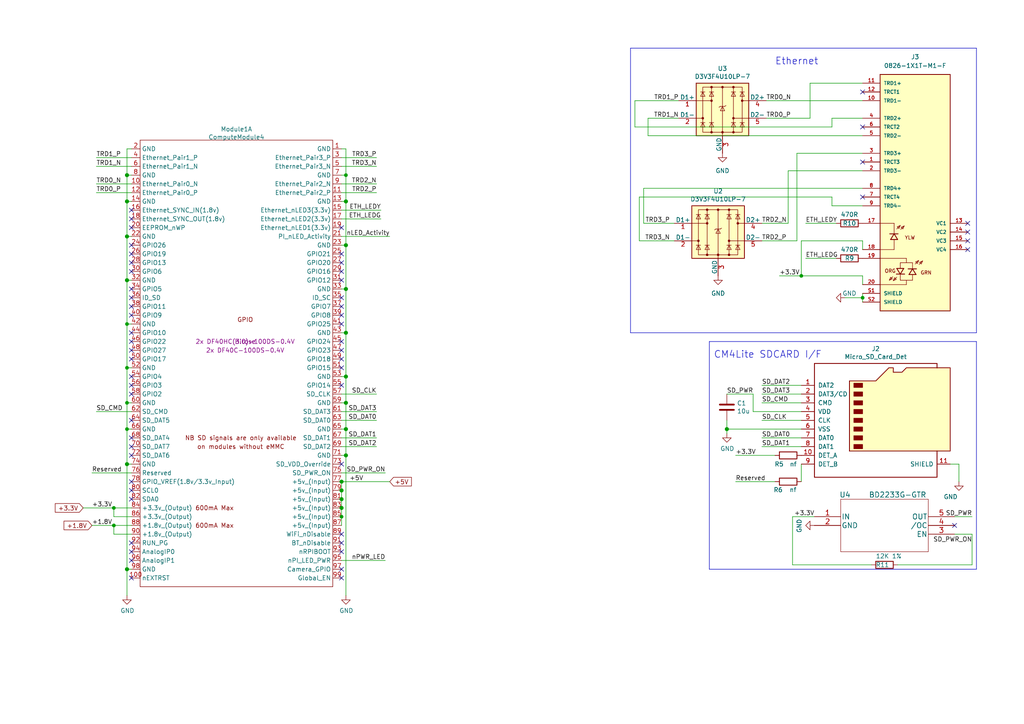
<source format=kicad_sch>
(kicad_sch (version 20211123) (generator eeschema)
  (paper "A4")
  (title_block (title "Raspberry Pi Compute Module 4 Carrier") (date "2022-07-06") (rev "v01") (comment 2 "creativecommons.org/licenses/by-sa/4.0") (comment 3 "License: CC BY 4.0") (comment 4 "Author: Mikhail Pisman"))
  (lib_symbols
    (symbol "0826-1X1T-M1-F:0826-1X1T-M1-F" (pin_names (offset 1.016))
      (property "Reference" "J3" (at 0 38.1 0))
      (property "Value" "0826-1X1T-M1-F" (at 0 35.56 0))
      (symbol "0826-1X1T-M1-F_0_0"
        (rectangle (start -10.16 -35.56) (end 10.16 33.02) (stroke (width 0.254)) (fill (type background)))
        (polyline (pts (xy -6.477 -25.654) (xy -7.493 -26.67)) (stroke (width 0.1524)))
        (polyline (pts (xy -6.096 -17.78) (xy -10.16 -17.78)) (stroke (width 0.1524)))
        (polyline (pts (xy -6.096 -17.78) (xy -6.096 -14.986)) (stroke (width 0.1524)))
        (polyline (pts (xy -6.096 -13.208) (xy -7.366 -13.208)) (stroke (width 0.254)))
        (polyline (pts (xy -6.096 -13.208) (xy -7.112 -14.859)) (stroke (width 0.254)))
        (polyline (pts (xy -6.096 -13.081) (xy -6.096 -10.16)) (stroke (width 0.1524)))
        (polyline (pts (xy -6.096 -10.16) (xy -10.16 -10.16)) (stroke (width 0.1524)))
        (polyline (pts (xy -5.461 -24.892) (xy -4.318 -24.892)) (stroke (width 0.254)))
        (polyline (pts (xy -5.334 -25.781) (xy -6.35 -26.797)) (stroke (width 0.1524)))
        (polyline (pts (xy -5.334 -23.241) (xy -4.318 -24.892)) (stroke (width 0.254)))
        (polyline (pts (xy -5.334 -23.241) (xy -3.302 -23.241)) (stroke (width 0.254)))
        (polyline (pts (xy -5.334 -11.811) (xy -4.318 -10.795)) (stroke (width 0.1524)))
        (polyline (pts (xy -5.08 -14.859) (xy -7.112 -14.859)) (stroke (width 0.254)))
        (polyline (pts (xy -5.08 -14.859) (xy -6.096 -13.208)) (stroke (width 0.254)))
        (polyline (pts (xy -4.953 -13.208) (xy -6.096 -13.208)) (stroke (width 0.254)))
        (polyline (pts (xy -4.318 -26.67) (xy -2.54 -26.67)) (stroke (width 0.1524)))
        (polyline (pts (xy -4.318 -25.019) (xy -4.318 -26.67)) (stroke (width 0.1524)))
        (polyline (pts (xy -4.318 -24.892) (xy -3.302 -23.241)) (stroke (width 0.254)))
        (polyline (pts (xy -4.318 -24.892) (xy -3.048 -24.892)) (stroke (width 0.254)))
        (polyline (pts (xy -4.318 -21.59) (xy -4.318 -23.114)) (stroke (width 0.1524)))
        (polyline (pts (xy -4.318 -21.59) (xy -2.54 -21.59)) (stroke (width 0.1524)))
        (polyline (pts (xy -4.191 -11.938) (xy -3.175 -10.922)) (stroke (width 0.1524)))
        (polyline (pts (xy -2.54 -27.94) (xy -10.16 -27.94)) (stroke (width 0.1524)))
        (polyline (pts (xy -2.54 -26.67) (xy -2.54 -27.94)) (stroke (width 0.1524)))
        (polyline (pts (xy -2.54 -26.67) (xy -0.762 -26.67)) (stroke (width 0.1524)))
        (polyline (pts (xy -2.54 -21.59) (xy -2.54 -20.32)) (stroke (width 0.1524)))
        (polyline (pts (xy -2.54 -21.59) (xy -0.762 -21.59)) (stroke (width 0.1524)))
        (polyline (pts (xy -2.54 -20.32) (xy -10.16 -20.32)) (stroke (width 0.1524)))
        (polyline (pts (xy -0.762 -26.67) (xy -0.762 -25.146)) (stroke (width 0.1524)))
        (polyline (pts (xy -0.762 -23.368) (xy -2.032 -23.368)) (stroke (width 0.254)))
        (polyline (pts (xy -0.762 -23.368) (xy -1.778 -25.019)) (stroke (width 0.254)))
        (polyline (pts (xy -0.762 -23.241) (xy -0.762 -21.59)) (stroke (width 0.1524)))
        (polyline (pts (xy 0 -21.971) (xy 1.016 -20.955)) (stroke (width 0.1524)))
        (polyline (pts (xy 0.254 -25.019) (xy -1.778 -25.019)) (stroke (width 0.254)))
        (polyline (pts (xy 0.254 -25.019) (xy -0.762 -23.368)) (stroke (width 0.254)))
        (polyline (pts (xy 0.381 -23.368) (xy -0.762 -23.368)) (stroke (width 0.254)))
        (polyline (pts (xy 1.143 -22.098) (xy 2.159 -21.082)) (stroke (width 0.1524)))
        (polyline (pts (xy -7.493 -26.67) (xy -6.604 -26.289) (xy -7.112 -25.781) (xy -7.493 -26.67)) (stroke (width 0.1524)) (fill (type background)))
        (polyline (pts (xy -6.35 -26.797) (xy -5.461 -26.416) (xy -5.969 -25.908) (xy -6.35 -26.797)) (stroke (width 0.1524)) (fill (type background)))
        (polyline (pts (xy -4.318 -10.795) (xy -5.207 -11.176) (xy -4.699 -11.684) (xy -4.318 -10.795)) (stroke (width 0.1524)) (fill (type background)))
        (polyline (pts (xy -3.175 -10.922) (xy -4.064 -11.303) (xy -3.556 -11.811) (xy -3.175 -10.922)) (stroke (width 0.1524)) (fill (type background)))
        (polyline (pts (xy 1.016 -20.955) (xy 0.127 -21.336) (xy 0.635 -21.844) (xy 1.016 -20.955)) (stroke (width 0.1524)) (fill (type background)))
        (polyline (pts (xy 2.159 -21.082) (xy 1.27 -21.463) (xy 1.778 -21.971) (xy 2.159 -21.082)) (stroke (width 0.1524)) (fill (type background)))
        (text "GRN" (at 1.524 -23.876 0) (effects (font (size 1.016 1.016)) (justify left top)))
        (text "ORG" (at -8.89 -23.368 0) (effects (font (size 1.016 1.016)) (justify left top)))
        (text "YLW" (at -3.048 -13.716 0) (effects (font (size 1.016 1.016)) (justify left top)))
        (pin passive line (at -15.24 7.62 0) (length 5.08) (name "TRCT3") (number "1"))
        (pin passive line (at -15.24 25.4 0) (length 5.08) (name "TRD1-") (number "10"))
        (pin passive line (at -15.24 30.48 0) (length 5.08) (name "TRD1+") (number "11"))
        (pin passive line (at -15.24 27.94 0) (length 5.08) (name "TRCT1") (number "12"))
        (pin passive line (at 15.24 -10.16 180) (length 5.08) (name "VC1") (number "13"))
        (pin passive line (at 15.24 -12.7 180) (length 5.08) (name "VC2") (number "14"))
        (pin passive line (at 15.24 -15.24 180) (length 5.08) (name "VC3") (number "15"))
        (pin passive line (at 15.24 -17.78 180) (length 5.08) (name "VC4") (number "16"))
        (pin passive line (at -15.24 -10.16 0) (length 5.08) (name "~") (number "17"))
        (pin passive line (at -15.24 -17.78 0) (length 5.08) (name "~") (number "18"))
        (pin passive line (at -15.24 -20.32 0) (length 5.08) (name "~") (number "19"))
        (pin passive line (at -15.24 5.08 0) (length 5.08) (name "TRD3-") (number "2"))
        (pin passive line (at -15.24 -27.94 0) (length 5.08) (name "~") (number "20"))
        (pin passive line (at -15.24 10.16 0) (length 5.08) (name "TRD3+") (number "3"))
        (pin passive line (at -15.24 20.32 0) (length 5.08) (name "TRD2+") (number "4"))
        (pin passive line (at -15.24 15.24 0) (length 5.08) (name "TRD2-") (number "5"))
        (pin passive line (at -15.24 17.78 0) (length 5.08) (name "TRCT2") (number "6"))
        (pin passive line (at -15.24 -2.54 0) (length 5.08) (name "TRCT4") (number "7"))
        (pin passive line (at -15.24 0 0) (length 5.08) (name "TRD4+") (number "8"))
        (pin passive line (at -15.24 -5.08 0) (length 5.08) (name "TRD4-") (number "9"))
        (pin passive line (at -15.24 -30.48 0) (length 5.08) (name "SHIELD") (number "S1"))
        (pin passive line (at -15.24 -33.02 0) (length 5.08) (name "SHIELD") (number "S2"))
      )
    )
    (symbol "BD2233G-GTR:BD2233G-GTR" (pin_names (offset 0.254))
      (property "Reference" "U" (at 20.32 10.16 0))
      (property "Value" "BD2233G-GTR" (at 20.32 7.62 0))
      (symbol "BD2233G-GTR_1_1"
        (polyline (pts (xy 7.62 -10.16) (xy 33.02 -10.16)) (stroke (width 0.127)))
        (polyline (pts (xy 7.62 5.08) (xy 7.62 -10.16)) (stroke (width 0.127)))
        (polyline (pts (xy 33.02 -10.16) (xy 33.02 5.08)) (stroke (width 0.127)))
        (polyline (pts (xy 33.02 5.08) (xy 7.62 5.08)) (stroke (width 0.127)))
        (pin unspecified line (at 0 0 0) (length 7.62) (name "IN") (number "1"))
        (pin power_in line (at 0 -2.54 0) (length 7.62) (name "GND") (number "2"))
        (pin unspecified line (at 40.64 -5.08 180) (length 7.62) (name "EN") (number "3"))
        (pin unspecified line (at 40.64 -2.54 180) (length 7.62) (name "/OC") (number "4"))
        (pin output line (at 40.64 0 180) (length 7.62) (name "OUT") (number "5"))
      )
    )
    (symbol "CM4IO:ComputeModule4-CM4"
      (property "Reference" "Module" (at 113.03 -68.58 0))
      (property "Value" "ComputeModule4-CM4" (at 140.97 2.54 0))
      (property "Manufacturer" "Hirose" (at 0 0 0))
      (property "MPN" "2x DF40C-100DS-0.4V" (at 0 -2.54 0))
      (property "MPN (Alt)" "2x DF40HC(3.0)-100DS-0.4V" (at 0 0 0))
      (symbol "ComputeModule4-CM4_1_0"
        (text "GPIO" (at 0 6.35 0) (effects (font (size 1.27 1.27))))
      )
      (symbol "ComputeModule4-CM4_1_1"
        (rectangle (start -30.48 -71.12) (end 25.4 58.42))
        (text "600mA Max" (at -8.89 -53.34 0) (effects (font (size 1.27 1.27))))
        (text "600mA Max" (at -8.89 -48.26 0) (effects (font (size 1.27 1.27))))
        (text "NB SD signals are only available" (at -1.27 -27.94 0) (effects (font (size 1.27 1.27))))
        (text "on modules without eMMC" (at -1.27 -30.48 0) (effects (font (size 1.27 1.27))))
        (pin power_in line (at 27.94 55.88 180) (length 2.54) (name "GND") (number "1"))
        (pin passive line (at -33.02 45.72 0) (length 2.54) (name "Ethernet_Pair0_N") (number "10"))
        (pin output line (at -33.02 -68.58 0) (length 2.54) (name "nEXTRST") (number "100"))
        (pin passive line (at 27.94 43.18 180) (length 2.54) (name "Ethernet_Pair2_P") (number "11"))
        (pin passive line (at -33.02 43.18 0) (length 2.54) (name "Ethernet_Pair0_P") (number "12"))
        (pin power_in line (at 27.94 40.64 180) (length 2.54) (name "GND") (number "13"))
        (pin power_in line (at -33.02 40.64 0) (length 2.54) (name "GND") (number "14"))
        (pin output line (at 27.94 38.1 180) (length 2.54) (name "Ethernet_nLED3(3.3v)") (number "15"))
        (pin input line (at -33.02 38.1 0) (length 2.54) (name "Ethernet_SYNC_IN(1.8v)") (number "16"))
        (pin output line (at 27.94 35.56 180) (length 2.54) (name "Ethernet_nLED2(3.3v)") (number "17"))
        (pin input line (at -33.02 35.56 0) (length 2.54) (name "Ethernet_SYNC_OUT(1.8v)") (number "18"))
        (pin output line (at 27.94 33.02 180) (length 2.54) (name "Ethernet_nLED1(3.3v)") (number "19"))
        (pin power_in line (at -33.02 55.88 0) (length 2.54) (name "GND") (number "2"))
        (pin passive line (at -33.02 33.02 0) (length 2.54) (name "EEPROM_nWP") (number "20"))
        (pin open_collector line (at 27.94 30.48 180) (length 2.54) (name "PI_nLED_Activity") (number "21"))
        (pin power_in line (at -33.02 30.48 0) (length 2.54) (name "GND") (number "22"))
        (pin power_in line (at 27.94 27.94 180) (length 2.54) (name "GND") (number "23"))
        (pin passive line (at -33.02 27.94 0) (length 2.54) (name "GPIO26") (number "24"))
        (pin passive line (at 27.94 25.4 180) (length 2.54) (name "GPIO21") (number "25"))
        (pin passive line (at -33.02 25.4 0) (length 2.54) (name "GPIO19") (number "26"))
        (pin passive line (at 27.94 22.86 180) (length 2.54) (name "GPIO20") (number "27"))
        (pin passive line (at -33.02 22.86 0) (length 2.54) (name "GPIO13") (number "28"))
        (pin passive line (at 27.94 20.32 180) (length 2.54) (name "GPIO16") (number "29"))
        (pin passive line (at 27.94 53.34 180) (length 2.54) (name "Ethernet_Pair3_P") (number "3"))
        (pin passive line (at -33.02 20.32 0) (length 2.54) (name "GPIO6") (number "30"))
        (pin passive line (at 27.94 17.78 180) (length 2.54) (name "GPIO12") (number "31"))
        (pin power_in line (at -33.02 17.78 0) (length 2.54) (name "GND") (number "32"))
        (pin power_in line (at 27.94 15.24 180) (length 2.54) (name "GND") (number "33"))
        (pin passive line (at -33.02 15.24 0) (length 2.54) (name "GPIO5") (number "34"))
        (pin passive line (at 27.94 12.7 180) (length 2.54) (name "ID_SC") (number "35"))
        (pin passive line (at -33.02 12.7 0) (length 2.54) (name "ID_SD") (number "36"))
        (pin passive line (at 27.94 10.16 180) (length 2.54) (name "GPIO7") (number "37"))
        (pin passive line (at -33.02 10.16 0) (length 2.54) (name "GPIO11") (number "38"))
        (pin passive line (at 27.94 7.62 180) (length 2.54) (name "GPIO8") (number "39"))
        (pin passive line (at -33.02 53.34 0) (length 2.54) (name "Ethernet_Pair1_P") (number "4"))
        (pin passive line (at -33.02 7.62 0) (length 2.54) (name "GPIO9") (number "40"))
        (pin passive line (at 27.94 5.08 180) (length 2.54) (name "GPIO25") (number "41"))
        (pin power_in line (at -33.02 5.08 0) (length 2.54) (name "GND") (number "42"))
        (pin power_in line (at 27.94 2.54 180) (length 2.54) (name "GND") (number "43"))
        (pin passive line (at -33.02 2.54 0) (length 2.54) (name "GPIO10") (number "44"))
        (pin passive line (at 27.94 0 180) (length 2.54) (name "GPIO24") (number "45"))
        (pin passive line (at -33.02 0 0) (length 2.54) (name "GPIO22") (number "46"))
        (pin passive line (at 27.94 -2.54 180) (length 2.54) (name "GPIO23") (number "47"))
        (pin passive line (at -33.02 -2.54 0) (length 2.54) (name "GPIO27") (number "48"))
        (pin passive line (at 27.94 -5.08 180) (length 2.54) (name "GPIO18") (number "49"))
        (pin passive line (at 27.94 50.8 180) (length 2.54) (name "Ethernet_Pair3_N") (number "5"))
        (pin passive line (at -33.02 -5.08 0) (length 2.54) (name "GPIO17") (number "50"))
        (pin passive line (at 27.94 -7.62 180) (length 2.54) (name "GPIO15") (number "51"))
        (pin power_in line (at -33.02 -7.62 0) (length 2.54) (name "GND") (number "52"))
        (pin power_in line (at 27.94 -10.16 180) (length 2.54) (name "GND") (number "53"))
        (pin passive line (at -33.02 -10.16 0) (length 2.54) (name "GPIO4") (number "54"))
        (pin passive line (at 27.94 -12.7 180) (length 2.54) (name "GPIO14") (number "55"))
        (pin passive line (at -33.02 -12.7 0) (length 2.54) (name "GPIO3") (number "56"))
        (pin passive line (at 27.94 -15.24 180) (length 2.54) (name "SD_CLK") (number "57"))
        (pin passive line (at -33.02 -15.24 0) (length 2.54) (name "GPIO2") (number "58"))
        (pin power_in line (at 27.94 -17.78 180) (length 2.54) (name "GND") (number "59"))
        (pin passive line (at -33.02 50.8 0) (length 2.54) (name "Ethernet_Pair1_N") (number "6"))
        (pin power_in line (at -33.02 -17.78 0) (length 2.54) (name "GND") (number "60"))
        (pin passive line (at 27.94 -20.32 180) (length 2.54) (name "SD_DAT3") (number "61"))
        (pin passive line (at -33.02 -20.32 0) (length 2.54) (name "SD_CMD") (number "62"))
        (pin passive line (at 27.94 -22.86 180) (length 2.54) (name "SD_DAT0") (number "63"))
        (pin passive line (at -33.02 -22.86 0) (length 2.54) (name "SD_DAT5") (number "64"))
        (pin power_in line (at 27.94 -25.4 180) (length 2.54) (name "GND") (number "65"))
        (pin power_in line (at -33.02 -25.4 0) (length 2.54) (name "GND") (number "66"))
        (pin passive line (at 27.94 -27.94 180) (length 2.54) (name "SD_DAT1") (number "67"))
        (pin passive line (at -33.02 -27.94 0) (length 2.54) (name "SD_DAT4") (number "68"))
        (pin passive line (at 27.94 -30.48 180) (length 2.54) (name "SD_DAT2") (number "69"))
        (pin power_in line (at 27.94 48.26 180) (length 2.54) (name "GND") (number "7"))
        (pin passive line (at -33.02 -30.48 0) (length 2.54) (name "SD_DAT7") (number "70"))
        (pin power_in line (at 27.94 -33.02 180) (length 2.54) (name "GND") (number "71"))
        (pin passive line (at -33.02 -33.02 0) (length 2.54) (name "SD_DAT6") (number "72"))
        (pin input line (at 27.94 -35.56 180) (length 2.54) (name "SD_VDD_Override") (number "73"))
        (pin power_in line (at -33.02 -35.56 0) (length 2.54) (name "GND") (number "74"))
        (pin output line (at 27.94 -38.1 180) (length 2.54) (name "SD_PWR_ON") (number "75"))
        (pin passive line (at -33.02 -38.1 0) (length 2.54) (name "Reserved") (number "76"))
        (pin power_in line (at 27.94 -40.64 180) (length 2.54) (name "+5v_(Input)") (number "77"))
        (pin power_in line (at -33.02 -40.64 0) (length 2.54) (name "GPIO_VREF(1.8v/3.3v_Input)") (number "78"))
        (pin power_in line (at 27.94 -43.18 180) (length 2.54) (name "+5v_(Input)") (number "79"))
        (pin power_in line (at -33.02 48.26 0) (length 2.54) (name "GND") (number "8"))
        (pin passive line (at -33.02 -43.18 0) (length 2.54) (name "SCL0") (number "80"))
        (pin power_in line (at 27.94 -45.72 180) (length 2.54) (name "+5v_(Input)") (number "81"))
        (pin passive line (at -33.02 -45.72 0) (length 2.54) (name "SDA0") (number "82"))
        (pin power_in line (at 27.94 -48.26 180) (length 2.54) (name "+5v_(Input)") (number "83"))
        (pin power_out line (at -33.02 -48.26 0) (length 2.54) (name "+3.3v_(Output)") (number "84"))
        (pin power_in line (at 27.94 -50.8 180) (length 2.54) (name "+5v_(Input)") (number "85"))
        (pin power_out line (at -33.02 -50.8 0) (length 2.54) (name "+3.3v_(Output)") (number "86"))
        (pin power_in line (at 27.94 -53.34 180) (length 2.54) (name "+5v_(Input)") (number "87"))
        (pin power_out line (at -33.02 -53.34 0) (length 2.54) (name "+1.8v_(Output)") (number "88"))
        (pin power_in line (at 27.94 -55.88 180) (length 2.54) (name "WiFi_nDisable") (number "89"))
        (pin passive line (at 27.94 45.72 180) (length 2.54) (name "Ethernet_Pair2_N") (number "9"))
        (pin power_out line (at -33.02 -55.88 0) (length 2.54) (name "+1.8v_(Output)") (number "90"))
        (pin power_in line (at 27.94 -58.42 180) (length 2.54) (name "BT_nDisable") (number "91"))
        (pin passive line (at -33.02 -58.42 0) (length 2.54) (name "RUN_PG") (number "92"))
        (pin input line (at 27.94 -60.96 180) (length 2.54) (name "nRPIBOOT") (number "93"))
        (pin passive line (at -33.02 -60.96 0) (length 2.54) (name "AnalogIP0") (number "94"))
        (pin output line (at 27.94 -63.5 180) (length 2.54) (name "nPI_LED_PWR") (number "95"))
        (pin passive line (at -33.02 -63.5 0) (length 2.54) (name "AnalogIP1") (number "96"))
        (pin passive line (at 27.94 -66.04 180) (length 2.54) (name "Camera_GPIO") (number "97"))
        (pin power_in line (at -33.02 -66.04 0) (length 2.54) (name "GND") (number "98"))
        (pin input line (at 27.94 -68.58 180) (length 2.54) (name "Global_EN") (number "99"))
      )
      (symbol "ComputeModule4-CM4_2_1"
        (rectangle (start 114.3 -66.04) (end 165.1 63.5))
        (text "High Speed Serial" (at 140.97 0 0) (effects (font (size 1.27 1.27))))
        (pin input line (at 170.18 60.96 180) (length 5.08) (name "USB_OTG_ID") (number "101"))
        (pin input line (at 109.22 60.96 0) (length 5.08) (name "PCIe_CLK_nREQ") (number "102"))
        (pin passive line (at 170.18 58.42 180) (length 5.08) (name "USB2_N") (number "103"))
        (pin passive line (at 109.22 58.42 0) (length 5.08) (name "Reserved") (number "104"))
        (pin passive line (at 170.18 55.88 180) (length 5.08) (name "USB2_P") (number "105"))
        (pin passive line (at 109.22 55.88 0) (length 5.08) (name "Reserved") (number "106"))
        (pin power_in line (at 170.18 53.34 180) (length 5.08) (name "GND") (number "107"))
        (pin power_in line (at 109.22 53.34 0) (length 5.08) (name "GND") (number "108"))
        (pin bidirectional line (at 170.18 50.8 180) (length 5.08) (name "PCIe_nRST") (number "109"))
        (pin output line (at 109.22 50.8 0) (length 5.08) (name "PCIe_CLK_P") (number "110"))
        (pin passive line (at 170.18 48.26 180) (length 5.08) (name "VDAC_COMP") (number "111"))
        (pin output line (at 109.22 48.26 0) (length 5.08) (name "PCIe_CLK_N") (number "112"))
        (pin power_in line (at 170.18 45.72 180) (length 5.08) (name "GND") (number "113"))
        (pin power_in line (at 109.22 45.72 0) (length 5.08) (name "GND") (number "114"))
        (pin input line (at 170.18 43.18 180) (length 5.08) (name "CAM1_D0_N") (number "115"))
        (pin input line (at 109.22 43.18 0) (length 5.08) (name "PCIe_RX_P") (number "116"))
        (pin input line (at 170.18 40.64 180) (length 5.08) (name "CAM1_D0_P") (number "117"))
        (pin input line (at 109.22 40.64 0) (length 5.08) (name "PCIe_RX_N") (number "118"))
        (pin power_in line (at 170.18 38.1 180) (length 5.08) (name "GND") (number "119"))
        (pin power_in line (at 109.22 38.1 0) (length 5.08) (name "GND") (number "120"))
        (pin input line (at 170.18 35.56 180) (length 5.08) (name "CAM1_D1_N") (number "121"))
        (pin output line (at 109.22 35.56 0) (length 5.08) (name "PCIe_TX_P") (number "122"))
        (pin input line (at 170.18 33.02 180) (length 5.08) (name "CAM1_D1_P") (number "123"))
        (pin output line (at 109.22 33.02 0) (length 5.08) (name "PCIe_TX_N") (number "124"))
        (pin power_in line (at 170.18 30.48 180) (length 5.08) (name "GND") (number "125"))
        (pin power_in line (at 109.22 30.48 0) (length 5.08) (name "GND") (number "126"))
        (pin input line (at 170.18 27.94 180) (length 5.08) (name "CAM1_C_N") (number "127"))
        (pin input line (at 109.22 27.94 0) (length 5.08) (name "CAM0_D0_N") (number "128"))
        (pin input line (at 170.18 25.4 180) (length 5.08) (name "CAM1_C_P") (number "129"))
        (pin input line (at 109.22 25.4 0) (length 5.08) (name "CAM0_D0_P") (number "130"))
        (pin power_in line (at 170.18 22.86 180) (length 5.08) (name "GND") (number "131"))
        (pin power_in line (at 109.22 22.86 0) (length 5.08) (name "GND") (number "132"))
        (pin input line (at 170.18 20.32 180) (length 5.08) (name "CAM1_D2_N") (number "133"))
        (pin input line (at 109.22 20.32 0) (length 5.08) (name "CAM0_D1_N") (number "134"))
        (pin input line (at 170.18 17.78 180) (length 5.08) (name "CAM1_D2_P") (number "135"))
        (pin input line (at 109.22 17.78 0) (length 5.08) (name "CAM0_D1_P") (number "136"))
        (pin power_in line (at 170.18 15.24 180) (length 5.08) (name "GND") (number "137"))
        (pin power_in line (at 109.22 15.24 0) (length 5.08) (name "GND") (number "138"))
        (pin input line (at 170.18 12.7 180) (length 5.08) (name "CAM1_D3_N") (number "139"))
        (pin input line (at 109.22 12.7 0) (length 5.08) (name "CAM0_C_N") (number "140"))
        (pin input line (at 170.18 10.16 180) (length 5.08) (name "CAM1_D3_P") (number "141"))
        (pin input line (at 109.22 10.16 0) (length 5.08) (name "CAM0_C_P") (number "142"))
        (pin input line (at 170.18 7.62 180) (length 5.08) (name "HDMI1_HOTPLUG") (number "143"))
        (pin power_in line (at 109.22 7.62 0) (length 5.08) (name "GND") (number "144"))
        (pin bidirectional line (at 170.18 5.08 180) (length 5.08) (name "HDMI1_SDA") (number "145"))
        (pin output line (at 109.22 5.08 0) (length 5.08) (name "HDMI1_TX2_P") (number "146"))
        (pin open_collector line (at 170.18 2.54 180) (length 5.08) (name "HDMI1_SCL") (number "147"))
        (pin output line (at 109.22 2.54 0) (length 5.08) (name "HDMI1_TX2_N") (number "148"))
        (pin open_collector line (at 170.18 0 180) (length 5.08) (name "HDMI1_CEC") (number "149"))
        (pin power_in line (at 109.22 0 0) (length 5.08) (name "GND") (number "150"))
        (pin open_collector line (at 170.18 -2.54 180) (length 5.08) (name "HDMI0_CEC") (number "151"))
        (pin output line (at 109.22 -2.54 0) (length 5.08) (name "HDMI1_TX1_P") (number "152"))
        (pin input line (at 170.18 -5.08 180) (length 5.08) (name "HDMI0_HOTPLUG") (number "153"))
        (pin output line (at 109.22 -5.08 0) (length 5.08) (name "HDMI1_TX1_N") (number "154"))
        (pin power_in line (at 170.18 -7.62 180) (length 5.08) (name "GND") (number "155"))
        (pin power_in line (at 109.22 -7.62 0) (length 5.08) (name "GND") (number "156"))
        (pin output line (at 170.18 -10.16 180) (length 5.08) (name "DSI0_D0_N") (number "157"))
        (pin output line (at 109.22 -10.16 0) (length 5.08) (name "HDMI1_TX0_P") (number "158"))
        (pin output line (at 170.18 -12.7 180) (length 5.08) (name "DSI0_D0_P") (number "159"))
        (pin output line (at 109.22 -12.7 0) (length 5.08) (name "HDMI1_TX0_N") (number "160"))
        (pin power_in line (at 170.18 -15.24 180) (length 5.08) (name "GND") (number "161"))
        (pin power_in line (at 109.22 -15.24 0) (length 5.08) (name "GND") (number "162"))
        (pin output line (at 170.18 -17.78 180) (length 5.08) (name "DSI0_D1_N") (number "163"))
        (pin output line (at 109.22 -17.78 0) (length 5.08) (name "HDMI1_CLK_P") (number "164"))
        (pin output line (at 170.18 -20.32 180) (length 5.08) (name "DSI0_D1_P") (number "165"))
        (pin output line (at 109.22 -20.32 0) (length 5.08) (name "HDMI1_CLK_N") (number "166"))
        (pin power_in line (at 170.18 -22.86 180) (length 5.08) (name "GND") (number "167"))
        (pin power_in line (at 109.22 -22.86 0) (length 5.08) (name "GND") (number "168"))
        (pin output line (at 170.18 -25.4 180) (length 5.08) (name "DSI0_C_N") (number "169"))
        (pin output line (at 109.22 -25.4 0) (length 5.08) (name "HDMI0_TX2_P") (number "170"))
        (pin output line (at 170.18 -27.94 180) (length 5.08) (name "DSI0_C_P") (number "171"))
        (pin output line (at 109.22 -27.94 0) (length 5.08) (name "HDMI0_TX2_N") (number "172"))
        (pin power_in line (at 170.18 -30.48 180) (length 5.08) (name "GND") (number "173"))
        (pin power_in line (at 109.22 -30.48 0) (length 5.08) (name "GND") (number "174"))
        (pin output line (at 170.18 -33.02 180) (length 5.08) (name "DSI1_D0_N") (number "175"))
        (pin output line (at 109.22 -33.02 0) (length 5.08) (name "HDMI0_TX1_P") (number "176"))
        (pin output line (at 170.18 -35.56 180) (length 5.08) (name "DSI1_D0_P") (number "177"))
        (pin output line (at 109.22 -35.56 0) (length 5.08) (name "HDMI0_TX1_N") (number "178"))
        (pin power_in line (at 170.18 -38.1 180) (length 5.08) (name "GND") (number "179"))
        (pin power_in line (at 109.22 -38.1 0) (length 5.08) (name "GND") (number "180"))
        (pin output line (at 170.18 -40.64 180) (length 5.08) (name "DSI1_D1_N") (number "181"))
        (pin output line (at 109.22 -40.64 0) (length 5.08) (name "HDMI0_TX0_P") (number "182"))
        (pin output line (at 170.18 -43.18 180) (length 5.08) (name "DSI1_D1_P") (number "183"))
        (pin output line (at 109.22 -43.18 0) (length 5.08) (name "HDMI0_TX0_N") (number "184"))
        (pin power_in line (at 170.18 -45.72 180) (length 5.08) (name "GND") (number "185"))
        (pin power_in line (at 109.22 -45.72 0) (length 5.08) (name "GND") (number "186"))
        (pin output line (at 170.18 -48.26 180) (length 5.08) (name "DSI1_C_N") (number "187"))
        (pin output line (at 109.22 -48.26 0) (length 5.08) (name "HDMI0_CLK_P") (number "188"))
        (pin output line (at 170.18 -50.8 180) (length 5.08) (name "DSI1_C_P") (number "189"))
        (pin output line (at 109.22 -50.8 0) (length 5.08) (name "HDMI0_CLK_N") (number "190"))
        (pin power_in line (at 170.18 -53.34 180) (length 5.08) (name "GND") (number "191"))
        (pin power_in line (at 109.22 -53.34 0) (length 5.08) (name "GND") (number "192"))
        (pin output line (at 170.18 -55.88 180) (length 5.08) (name "DSI1_D2_N") (number "193"))
        (pin output line (at 109.22 -55.88 0) (length 5.08) (name "DSI1_D3_N") (number "194"))
        (pin output line (at 170.18 -58.42 180) (length 5.08) (name "DSI1_D2_P") (number "195"))
        (pin output line (at 109.22 -58.42 0) (length 5.08) (name "DSI1_D3_P") (number "196"))
        (pin power_in line (at 170.18 -60.96 180) (length 5.08) (name "GND") (number "197"))
        (pin power_in line (at 109.22 -60.96 0) (length 5.08) (name "GND") (number "198"))
        (pin bidirectional line (at 170.18 -63.5 180) (length 5.08) (name "HDMI0_SDA") (number "199"))
        (pin open_collector line (at 109.22 -63.5 0) (length 5.08) (name "HDMI0_SCL") (number "200"))
      )
    )
    (symbol "CM4IO:TPD4EUSB30" (pin_names (offset 0))
      (property "Reference" "U" (at -0.635 8.89 0))
      (property "Value" "TPD4EUSB30" (at 8.89 -10.16 0))
      (symbol "TPD4EUSB30_0_0"
        (rectangle (start -5.715 6.477) (end 5.715 -6.604))
        (polyline (pts (xy -3.175 -6.604) (xy -3.175 6.477)))
        (polyline (pts (xy 0 6.477) (xy 0 -6.604)))
        (polyline (pts (xy 3.175 6.477) (xy 3.175 -6.604)))
      )
      (symbol "TPD4EUSB30_0_1"
        (rectangle (start -7.62 7.62) (end 7.62 -7.62) (stroke (width 0.254)) (fill (type background)))
        (circle (center -5.715 -2.54) (radius 0.2794) (fill (type outline)))
        (circle (center -3.175 -6.604) (radius 0.2794) (fill (type outline)))
        (circle (center -3.175 2.54) (radius 0.2794) (fill (type outline)))
        (circle (center -3.175 6.477) (radius 0.2794) (fill (type outline)))
        (circle (center 0 -6.604) (radius 0.2794) (fill (type outline)))
        (polyline (pts (xy -7.747 2.54) (xy -3.175 2.54)))
        (polyline (pts (xy -7.62 -2.54) (xy -5.715 -2.54)))
        (polyline (pts (xy -5.08 -3.81) (xy -6.35 -3.81)))
        (polyline (pts (xy -5.08 5.08) (xy -6.35 5.08)))
        (polyline (pts (xy -2.54 -3.81) (xy -3.81 -3.81)))
        (polyline (pts (xy -2.54 5.08) (xy -3.81 5.08)))
        (polyline (pts (xy -0.635 0.889) (xy -1.016 0.635)))
        (polyline (pts (xy 0 -6.604) (xy 0 -7.62)))
        (polyline (pts (xy 0.635 0.889) (xy -0.635 0.889)))
        (polyline (pts (xy 0.635 0.889) (xy 1.016 1.143)))
        (polyline (pts (xy 3.81 -3.81) (xy 2.54 -3.81)))
        (polyline (pts (xy 3.81 5.08) (xy 2.54 5.08)))
        (polyline (pts (xy 6.35 -3.81) (xy 5.08 -3.81)))
        (polyline (pts (xy 6.35 5.08) (xy 5.08 5.08)))
        (polyline (pts (xy 7.62 -2.54) (xy 3.175 -2.54)))
        (polyline (pts (xy 7.62 2.54) (xy 5.715 2.54)))
        (polyline (pts (xy -5.08 -5.08) (xy -6.35 -5.08) (xy -5.715 -3.81) (xy -5.08 -5.08)))
        (polyline (pts (xy -5.08 3.81) (xy -6.35 3.81) (xy -5.715 5.08) (xy -5.08 3.81)))
        (polyline (pts (xy -2.54 -5.08) (xy -3.81 -5.08) (xy -3.175 -3.81) (xy -2.54 -5.08)))
        (polyline (pts (xy -2.54 3.81) (xy -3.81 3.81) (xy -3.175 5.08) (xy -2.54 3.81)))
        (polyline (pts (xy 0.635 -0.381) (xy -0.635 -0.381) (xy 0 0.889) (xy 0.635 -0.381)))
        (polyline (pts (xy 3.81 -5.08) (xy 2.54 -5.08) (xy 3.175 -3.81) (xy 3.81 -5.08)))
        (polyline (pts (xy 3.81 3.81) (xy 2.54 3.81) (xy 3.175 5.08) (xy 3.81 3.81)))
        (polyline (pts (xy 6.35 -5.08) (xy 5.08 -5.08) (xy 5.715 -3.81) (xy 6.35 -5.08)))
        (polyline (pts (xy 6.35 3.81) (xy 5.08 3.81) (xy 5.715 5.08) (xy 6.35 3.81)))
        (circle (center 0 6.477) (radius 0.2794) (fill (type outline)))
        (circle (center 3.175 -6.604) (radius 0.2794) (fill (type outline)))
        (circle (center 3.175 -2.54) (radius 0.2794) (fill (type outline)))
        (circle (center 3.175 6.477) (radius 0.2794) (fill (type outline)))
        (circle (center 5.715 2.54) (radius 0.2794) (fill (type outline)))
      )
      (symbol "TPD4EUSB30_1_1"
        (pin passive line (at -12.7 2.54 0) (length 5.08) (name "D1+") (number "1"))
        (pin passive line (at -12.7 2.54 0) (length 5.08) hide (name "~") (number "10"))
        (pin passive line (at -12.7 -2.54 0) (length 5.08) (name "D1-") (number "2"))
        (pin power_in line (at 0 -12.7 90) (length 5.08) (name "GND") (number "3"))
        (pin passive line (at 12.7 2.54 180) (length 5.08) (name "D2+") (number "4"))
        (pin passive line (at 12.7 -2.54 180) (length 5.08) (name "D2-") (number "5"))
        (pin passive line (at 12.7 -2.54 180) (length 5.08) hide (name "~") (number "6"))
        (pin passive line (at 12.7 2.54 180) (length 5.08) hide (name "~") (number "7"))
        (pin passive line (at 0 -12.7 90) (length 5.08) hide (name "GND") (number "8"))
        (pin passive line (at -12.7 -2.54 0) (length 5.08) hide (name "~") (number "9"))
      )
    )
    (symbol "Connector:Micro_SD_Card_Det" (pin_names (offset 1.016))
      (property "Reference" "J" (at -16.51 17.78 0))
      (property "Value" "Micro_SD_Card_Det" (at 16.51 17.78 0))
      (symbol "Micro_SD_Card_Det_0_1"
        (rectangle (start -7.62 -6.985) (end -5.08 -8.255) (fill (type outline)))
        (rectangle (start -7.62 -4.445) (end -5.08 -5.715) (fill (type outline)))
        (rectangle (start -7.62 -1.905) (end -5.08 -3.175) (fill (type outline)))
        (rectangle (start -7.62 0.635) (end -5.08 -0.635) (fill (type outline)))
        (rectangle (start -7.62 3.175) (end -5.08 1.905) (fill (type outline)))
        (rectangle (start -7.62 5.715) (end -5.08 4.445) (fill (type outline)))
        (rectangle (start -7.62 8.255) (end -5.08 6.985) (fill (type outline)))
        (rectangle (start -7.62 10.795) (end -5.08 9.525) (fill (type outline)))
        (polyline (pts (xy 16.51 15.24) (xy 16.51 16.51) (xy -19.05 16.51) (xy -19.05 -16.51) (xy 16.51 -16.51) (xy 16.51 -8.89)) (stroke (width 0.254)))
        (polyline (pts (xy -8.89 -8.89) (xy -8.89 11.43) (xy -1.27 11.43) (xy 2.54 15.24) (xy 3.81 15.24) (xy 3.81 13.97) (xy 6.35 13.97) (xy 7.62 15.24) (xy 20.32 15.24) (xy 20.32 -8.89) (xy -8.89 -8.89)) (stroke (width 0.254)) (fill (type background)))
      )
      (symbol "Micro_SD_Card_Det_1_1"
        (pin bidirectional line (at -22.86 10.16 0) (length 3.81) (name "DAT2") (number "1"))
        (pin passive line (at -22.86 -10.16 0) (length 3.81) (name "DET_A") (number "10"))
        (pin passive line (at 20.32 -12.7 180) (length 3.81) (name "SHIELD") (number "11"))
        (pin bidirectional line (at -22.86 7.62 0) (length 3.81) (name "DAT3/CD") (number "2"))
        (pin input line (at -22.86 5.08 0) (length 3.81) (name "CMD") (number "3"))
        (pin power_in line (at -22.86 2.54 0) (length 3.81) (name "VDD") (number "4"))
        (pin input line (at -22.86 0 0) (length 3.81) (name "CLK") (number "5"))
        (pin power_in line (at -22.86 -2.54 0) (length 3.81) (name "VSS") (number "6"))
        (pin bidirectional line (at -22.86 -5.08 0) (length 3.81) (name "DAT0") (number "7"))
        (pin bidirectional line (at -22.86 -7.62 0) (length 3.81) (name "DAT1") (number "8"))
        (pin passive line (at -22.86 -12.7 0) (length 3.81) (name "DET_B") (number "9"))
      )
    )
    (symbol "Device:C" (pin_numbers hide) (pin_names (offset 0.254))
      (property "Reference" "C" (at 0.635 2.54 0))
      (property "Value" "C" (at 0.635 -2.54 0))
      (symbol "C_0_1"
        (polyline (pts (xy -2.032 -0.762) (xy 2.032 -0.762)) (stroke (width 0.508)))
        (polyline (pts (xy -2.032 0.762) (xy 2.032 0.762)) (stroke (width 0.508)))
      )
      (symbol "C_1_1"
        (pin passive line (at 0 3.81 270) (length 2.794) (name "~") (number "1"))
        (pin passive line (at 0 -3.81 90) (length 2.794) (name "~") (number "2"))
      )
    )
    (symbol "Device:R" (pin_numbers hide) (pin_names (offset 0))
      (property "Reference" "R" (at 2.032 0 90))
      (property "Value" "R" (at 0 0 90))
      (symbol "R_0_1"
        (rectangle (start -1.016 -2.54) (end 1.016 2.54) (stroke (width 0.254)))
      )
      (symbol "R_1_1"
        (pin passive line (at 0 3.81 270) (length 1.27) (name "~") (number "1"))
        (pin passive line (at 0 -3.81 90) (length 1.27) (name "~") (number "2"))
      )
    )
    (symbol "power:GND" (power) (pin_names (offset 0))
      (property "Value" "GND" (at 0 -3.81 0))
      (symbol "GND_0_1"
        (polyline (pts (xy 0 0) (xy 0 -1.27) (xy 1.27 -1.27) (xy 0 -2.54) (xy -1.27 -1.27) (xy 0 -1.27)))
      )
      (symbol "GND_1_1"
        (pin power_in line (at 0 0 270) (length 0) hide (name "GND") (number "1"))
      )
    )
  )
  (junction (at 36.83 124.46))
  (junction (at 100.33 83.82) (diameter 1.016))
  (junction (at 36.83 81.28) (diameter 1.016))
  (junction (at 36.83 106.68))
  (junction (at 36.83 58.42) (diameter 1.016))
  (junction (at 100.33 124.46) (diameter 1.016))
  (junction (at 99.06 139.7) (diameter 1.016))
  (junction (at 99.06 144.78) (diameter 1.016))
  (junction (at 36.83 93.98))
  (junction (at 232.41 80.01))
  (junction (at 99.06 142.24) (diameter 1.016))
  (junction (at 33.02 147.32))
  (junction (at 36.83 50.8) (diameter 1.016))
  (junction (at 36.83 165.1) (diameter 1.016))
  (junction (at 250.19 86.36))
  (junction (at 100.33 50.8))
  (junction (at 100.33 71.12) (diameter 1.016))
  (junction (at 36.83 134.62) (diameter 1.016))
  (junction (at 210.82 124.46) (diameter 1.016))
  (junction (at 100.33 109.22) (diameter 1.016))
  (junction (at 36.83 68.58) (diameter 1.016))
  (junction (at 99.06 149.86))
  (junction (at 33.02 152.4))
  (junction (at 36.83 116.84))
  (junction (at 100.33 132.08) (diameter 1.016))
  (junction (at 99.06 147.32) (diameter 1.016))
  (junction (at 100.33 116.84) (diameter 1.016))
  (junction (at 100.33 96.52) (diameter 1.016))
  (junction (at 100.33 58.42) (diameter 1.016))
  (no_connect (at 280.67 69.85))
  (no_connect (at 99.06 76.2))
  (no_connect (at 38.1 78.74))
  (no_connect (at 38.1 101.6))
  (no_connect (at 38.1 129.54))
  (no_connect (at 99.06 78.74))
  (no_connect (at 99.06 101.6))
  (no_connect (at 250.19 46.99))
  (no_connect (at 38.1 139.7))
  (no_connect (at 38.1 71.12))
  (no_connect (at 38.1 60.96))
  (no_connect (at 38.1 88.9))
  (no_connect (at 38.1 144.78))
  (no_connect (at 38.1 83.82))
  (no_connect (at 38.1 96.52))
  (no_connect (at 38.1 86.36))
  (no_connect (at 38.1 111.76))
  (no_connect (at 250.19 57.15))
  (no_connect (at 38.1 76.2))
  (no_connect (at 38.1 114.3))
  (no_connect (at 99.06 134.62))
  (no_connect (at 250.19 26.67))
  (no_connect (at 38.1 132.08))
  (no_connect (at 99.06 154.94))
  (no_connect (at 38.1 104.14))
  (no_connect (at 38.1 63.5))
  (no_connect (at 99.06 88.9))
  (no_connect (at 38.1 66.04))
  (no_connect (at 99.06 106.68))
  (no_connect (at 99.06 99.06))
  (no_connect (at 99.06 91.44))
  (no_connect (at 276.86 152.4))
  (no_connect (at 99.06 157.48))
  (no_connect (at 250.19 36.83))
  (no_connect (at 38.1 127))
  (no_connect (at 38.1 167.64))
  (no_connect (at 99.06 160.02))
  (no_connect (at 99.06 81.28))
  (no_connect (at 38.1 91.44))
  (no_connect (at 38.1 99.06))
  (no_connect (at 99.06 73.66))
  (no_connect (at 280.67 64.77))
  (no_connect (at 280.67 72.39))
  (no_connect (at 99.06 66.04))
  (no_connect (at 38.1 162.56))
  (no_connect (at 38.1 73.66))
  (no_connect (at 38.1 157.48))
  (no_connect (at 38.1 121.92))
  (no_connect (at 280.67 67.31))
  (no_connect (at 38.1 142.24))
  (no_connect (at 99.06 93.98))
  (no_connect (at 99.06 86.36))
  (no_connect (at 99.06 104.14))
  (no_connect (at 38.1 160.02))
  (no_connect (at 38.1 109.22))
  (no_connect (at 99.06 167.64))
  (no_connect (at 99.06 165.1))
  (no_connect (at 99.06 111.76))
  (wire (pts (xy 33.02 149.86) (xy 38.1 149.86)))
  (wire (pts (xy 213.36 139.7) (xy 224.79 139.7)))
  (wire (pts (xy 99.06 45.72) (xy 109.22 45.72)))
  (wire (pts (xy 99.06 109.22) (xy 100.33 109.22)))
  (wire (pts (xy 27.94 45.72) (xy 38.1 45.72)))
  (wire (pts (xy 99.06 63.5) (xy 110.49 63.5)))
  (wire (pts (xy 232.41 69.85) (xy 250.19 69.85)))
  (wire (pts (xy 109.22 114.3) (xy 99.06 114.3)))
  (wire (pts (xy 186.69 54.61) (xy 186.69 64.77)))
  (polyline (pts (xy 205.74 165.1) (xy 205.74 99.06)) (stroke (width 0) (type solid)))
  (wire (pts (xy 99.06 53.34) (xy 109.22 53.34)))
  (wire (pts (xy 27.94 55.88) (xy 38.1 55.88)))
  (wire (pts (xy 99.06 132.08) (xy 100.33 132.08)))
  (wire (pts (xy 276.86 154.94) (xy 281.94 154.94)))
  (wire (pts (xy 100.33 132.08) (xy 100.33 172.72)))
  (wire (pts (xy 232.41 114.3) (xy 220.98 114.3)))
  (wire (pts (xy 213.36 132.08) (xy 224.79 132.08)))
  (wire (pts (xy 33.02 149.86) (xy 33.02 147.32)))
  (wire (pts (xy 226.06 80.01) (xy 232.41 80.01)))
  (wire (pts (xy 38.1 43.18) (xy 36.83 43.18)))
  (wire (pts (xy 222.25 29.21) (xy 250.19 29.21)))
  (wire (pts (xy 233.68 64.77) (xy 242.57 64.77)))
  (wire (pts (xy 33.02 147.32) (xy 38.1 147.32)))
  (wire (pts (xy 236.22 149.86) (xy 229.87 149.86)))
  (wire (pts (xy 99.06 139.7) (xy 113.03 139.7)))
  (wire (pts (xy 210.82 114.3) (xy 218.44 114.3)))
  (wire (pts (xy 33.02 154.94) (xy 38.1 154.94)))
  (wire (pts (xy 36.83 68.58) (xy 38.1 68.58)))
  (wire (pts (xy 99.06 83.82) (xy 100.33 83.82)))
  (wire (pts (xy 232.41 134.62) (xy 232.41 139.7)))
  (wire (pts (xy 109.22 119.38) (xy 99.06 119.38)))
  (wire (pts (xy 99.06 144.78) (xy 99.06 147.32)))
  (wire (pts (xy 278.13 134.62) (xy 278.13 139.7)))
  (wire (pts (xy 185.42 69.85) (xy 195.58 69.85)))
  (wire (pts (xy 36.83 106.68) (xy 36.83 116.84)))
  (wire (pts (xy 38.1 165.1) (xy 36.83 165.1)))
  (wire (pts (xy 27.94 53.34) (xy 38.1 53.34)))
  (wire (pts (xy 33.02 152.4) (xy 38.1 152.4)))
  (wire (pts (xy 99.06 139.7) (xy 99.06 142.24)))
  (wire (pts (xy 100.33 71.12) (xy 100.33 83.82)))
  (wire (pts (xy 36.83 81.28) (xy 36.83 93.98)))
  (wire (pts (xy 99.06 142.24) (xy 99.06 144.78)))
  (wire (pts (xy 245.11 86.36) (xy 250.19 86.36)))
  (wire (pts (xy 36.83 68.58) (xy 36.83 81.28)))
  (wire (pts (xy 234.95 24.13) (xy 234.95 34.29)))
  (wire (pts (xy 99.06 162.56) (xy 111.76 162.56)))
  (wire (pts (xy 36.83 93.98) (xy 36.83 106.68)))
  (wire (pts (xy 232.41 69.85) (xy 232.41 80.01)))
  (wire (pts (xy 38.1 50.8) (xy 36.83 50.8)))
  (wire (pts (xy 100.33 58.42) (xy 100.33 71.12)))
  (wire (pts (xy 229.87 149.86) (xy 229.87 163.83)))
  (wire (pts (xy 99.06 48.26) (xy 109.22 48.26)))
  (wire (pts (xy 27.94 48.26) (xy 38.1 48.26)))
  (polyline (pts (xy 283.21 165.1) (xy 205.74 165.1)) (stroke (width 0) (type solid)))
  (wire (pts (xy 241.3 59.69) (xy 250.19 59.69)))
  (wire (pts (xy 250.19 86.36) (xy 250.19 87.63)))
  (wire (pts (xy 100.33 96.52) (xy 100.33 109.22)))
  (wire (pts (xy 99.06 129.54) (xy 109.22 129.54)))
  (wire (pts (xy 184.15 29.21) (xy 184.15 36.83)))
  (wire (pts (xy 220.98 64.77) (xy 228.6 64.77)))
  (wire (pts (xy 33.02 154.94) (xy 33.02 152.4)))
  (wire (pts (xy 210.82 124.46) (xy 232.41 124.46)))
  (wire (pts (xy 220.98 69.85) (xy 231.14 69.85)))
  (wire (pts (xy 36.83 134.62) (xy 38.1 134.62)))
  (wire (pts (xy 260.35 163.83) (xy 281.94 163.83)))
  (wire (pts (xy 275.59 134.62) (xy 278.13 134.62)))
  (wire (pts (xy 99.06 96.52) (xy 100.33 96.52)))
  (wire (pts (xy 184.15 29.21) (xy 196.85 29.21)))
  (wire (pts (xy 241.3 57.15) (xy 185.42 57.15)))
  (wire (pts (xy 281.94 154.94) (xy 281.94 163.83)))
  (wire (pts (xy 232.41 129.54) (xy 220.98 129.54)))
  (wire (pts (xy 250.19 69.85) (xy 250.19 72.39)))
  (wire (pts (xy 99.06 68.58) (xy 113.03 68.58)))
  (wire (pts (xy 231.14 44.45) (xy 250.19 44.45)))
  (wire (pts (xy 99.06 121.92) (xy 109.22 121.92)))
  (wire (pts (xy 220.98 116.84) (xy 232.41 116.84)))
  (wire (pts (xy 250.19 80.01) (xy 250.19 82.55)))
  (wire (pts (xy 228.6 49.53) (xy 228.6 64.77)))
  (wire (pts (xy 186.69 64.77) (xy 195.58 64.77)))
  (wire (pts (xy 36.83 50.8) (xy 36.83 58.42)))
  (wire (pts (xy 232.41 80.01) (xy 250.19 80.01)))
  (wire (pts (xy 228.6 49.53) (xy 250.19 49.53)))
  (wire (pts (xy 99.06 71.12) (xy 100.33 71.12)))
  (wire (pts (xy 196.85 34.29) (xy 187.96 34.29)))
  (wire (pts (xy 24.13 147.32) (xy 33.02 147.32)))
  (wire (pts (xy 36.83 134.62) (xy 36.83 165.1)))
  (wire (pts (xy 36.83 58.42) (xy 36.83 68.58)))
  (wire (pts (xy 232.41 121.92) (xy 220.98 121.92)))
  (wire (pts (xy 231.14 69.85) (xy 231.14 44.45)))
  (polyline (pts (xy 182.88 13.97) (xy 283.21 13.97)) (stroke (width 0) (type solid)))
  (wire (pts (xy 210.82 124.46) (xy 210.82 125.73)))
  (wire (pts (xy 100.33 83.82) (xy 100.33 96.52)))
  (wire (pts (xy 26.67 137.16) (xy 38.1 137.16)))
  (wire (pts (xy 36.83 43.18) (xy 36.83 50.8)))
  (wire (pts (xy 100.33 124.46) (xy 100.33 132.08)))
  (wire (pts (xy 99.06 60.96) (xy 110.49 60.96)))
  (wire (pts (xy 36.83 116.84) (xy 38.1 116.84)))
  (wire (pts (xy 187.96 34.29) (xy 187.96 39.37)))
  (wire (pts (xy 99.06 124.46) (xy 100.33 124.46)))
  (wire (pts (xy 250.19 85.09) (xy 250.19 86.36)))
  (wire (pts (xy 99.06 58.42) (xy 100.33 58.42)))
  (wire (pts (xy 99.06 43.18) (xy 100.33 43.18)))
  (wire (pts (xy 220.98 111.76) (xy 232.41 111.76)))
  (wire (pts (xy 27.94 119.38) (xy 38.1 119.38)))
  (wire (pts (xy 229.87 163.83) (xy 252.73 163.83)))
  (wire (pts (xy 185.42 57.15) (xy 185.42 69.85)))
  (wire (pts (xy 100.33 109.22) (xy 100.33 116.84)))
  (wire (pts (xy 220.98 127) (xy 232.41 127)))
  (polyline (pts (xy 182.88 96.52) (xy 182.88 13.97)) (stroke (width 0) (type solid)))
  (wire (pts (xy 26.67 152.4) (xy 33.02 152.4)))
  (polyline (pts (xy 283.21 99.06) (xy 283.21 165.1)) (stroke (width 0) (type solid)))
  (wire (pts (xy 100.33 43.18) (xy 100.33 50.8)))
  (wire (pts (xy 99.06 55.88) (xy 109.22 55.88)))
  (wire (pts (xy 233.68 74.93) (xy 242.57 74.93)))
  (wire (pts (xy 38.1 58.42) (xy 36.83 58.42)))
  (wire (pts (xy 36.83 116.84) (xy 36.83 124.46)))
  (wire (pts (xy 99.06 50.8) (xy 100.33 50.8)))
  (wire (pts (xy 100.33 50.8) (xy 100.33 58.42)))
  (wire (pts (xy 232.41 119.38) (xy 218.44 119.38)))
  (wire (pts (xy 109.22 127) (xy 99.06 127)))
  (wire (pts (xy 99.06 147.32) (xy 99.06 149.86)))
  (wire (pts (xy 184.15 36.83) (xy 241.3 36.83)))
  (polyline (pts (xy 283.21 13.97) (xy 283.21 96.52)) (stroke (width 0) (type solid)))
  (wire (pts (xy 99.06 137.16) (xy 111.76 137.16)))
  (wire (pts (xy 36.83 106.68) (xy 38.1 106.68)))
  (wire (pts (xy 99.06 149.86) (xy 99.06 152.4)))
  (wire (pts (xy 36.83 81.28) (xy 38.1 81.28)))
  (wire (pts (xy 222.25 34.29) (xy 234.95 34.29)))
  (wire (pts (xy 36.83 124.46) (xy 36.83 134.62)))
  (wire (pts (xy 276.86 149.86) (xy 281.94 149.86)))
  (wire (pts (xy 100.33 116.84) (xy 100.33 124.46)))
  (wire (pts (xy 241.3 59.69) (xy 241.3 57.15)))
  (polyline (pts (xy 205.74 99.06) (xy 283.21 99.06)) (stroke (width 0) (type solid)))
  (wire (pts (xy 234.95 24.13) (xy 250.19 24.13)))
  (wire (pts (xy 218.44 119.38) (xy 218.44 114.3)))
  (wire (pts (xy 241.3 34.29) (xy 250.19 34.29)))
  (wire (pts (xy 36.83 124.46) (xy 38.1 124.46)))
  (polyline (pts (xy 283.21 96.52) (xy 182.88 96.52)) (stroke (width 0) (type solid)))
  (wire (pts (xy 186.69 54.61) (xy 250.19 54.61)))
  (wire (pts (xy 210.82 121.92) (xy 210.82 124.46)))
  (wire (pts (xy 99.06 116.84) (xy 100.33 116.84)))
  (wire (pts (xy 36.83 165.1) (xy 36.83 172.72)))
  (wire (pts (xy 187.96 39.37) (xy 250.19 39.37)))
  (wire (pts (xy 36.83 93.98) (xy 38.1 93.98)))
  (wire (pts (xy 241.3 36.83) (xy 241.3 34.29)))
  (text "CM4Lite SDCARD I/F" (at 207.01 104.14 0) (effects (font (size 2.007 2.007)) (justify left bottom)))
  (text "Ethernet" (at 224.79 19.05 0) (effects (font (size 2.0066 2.0066)) (justify left bottom)))
  (label "TRD0_P" (at 222.25 34.29 0))
  (label "TRD2_P" (at 109.22 55.88 180))
  (label "SD_CMD" (at 220.98 116.84 0))
  (label "+3.3V" (at 26.67 147.32 0))
  (label "SD_DAT1" (at 109.22 127 180))
  (label "TRD1_N" (at 27.94 48.26 0))
  (label "TRD2_P" (at 220.98 69.85 0))
  (label "nPWR_LED" (at 111.76 162.56 180))
  (label "SD_DAT2" (at 109.22 129.54 180))
  (label "SD_DAT3" (at 109.22 119.38 180))
  (label "TRD0_P" (at 27.94 55.88 0))
  (label "SD_PWR" (at 281.94 149.86 180))
  (label "SD_CLK" (at 220.98 121.92 0))
  (label "TRD0_N" (at 27.94 53.34 0))
  (label "SD_DAT2" (at 220.98 111.76 0))
  (label "nLED_Activity" (at 113.03 68.58 180))
  (label "+3.3V" (at 236.22 149.86 180))
  (label "SD_PWR_ON" (at 111.76 137.16 180))
  (label "TRD0_N" (at 222.25 29.21 0))
  (label "SD_DAT0" (at 220.98 127 0))
  (label "TRD3_P" (at 109.22 45.72 180))
  (label "TRD3_P" (at 194.31 64.77 180))
  (label "TRD3_N" (at 194.31 69.85 180))
  (label "SD_CMD" (at 27.94 119.38 0))
  (label "SD_CLK" (at 109.22 114.3 180))
  (label "+3.3V" (at 226.06 80.01 0))
  (label "TRD3_N" (at 109.22 48.26 180))
  (label "SD_DAT1" (at 220.98 129.54 0))
  (label "SD_PWR_ON" (at 281.94 157.48 180))
  (label "TRD1_P" (at 27.94 45.72 0))
  (label "+3.3V" (at 213.36 132.08 0))
  (label "+1.8V" (at 26.67 152.4 0))
  (label "TRD2_N" (at 109.22 53.34 180))
  (label "ETH_LEDY" (at 233.68 64.77 0))
  (label "TRD2_N" (at 220.98 64.77 0))
  (label "TRD1_P" (at 196.85 29.21 180))
  (label "ETH_LEDG" (at 233.68 74.93 0))
  (label "SD_PWR" (at 210.82 114.3 0))
  (label "+5V" (at 105.41 139.7 180))
  (label "Reserved" (at 26.67 137.16 0))
  (label "SD_DAT0" (at 109.22 121.92 180))
  (label "ETH_LEDY" (at 110.49 60.96 180))
  (label "Reserved" (at 213.36 139.7 0))
  (label "ETH_LEDG" (at 110.49 63.5 180))
  (label "SD_DAT3" (at 220.98 114.3 0))
  (label "TRD1_N" (at 196.85 34.29 180))
  (global_label "+1.8V" (shape input) (at 26.67 152.4 180) (property "Intersheet References" "${INTERSHEET_REFS}" (effects hide)))
  (global_label "+3.3V" (shape input) (at 24.13 147.32 180) (property "Intersheet References" "${INTERSHEET_REFS}" (effects hide)))
  (global_label "+5V" (shape input) (at 113.03 139.7 0) (property "Intersheet References" "${INTERSHEET_REFS}" (effects hide)))
  (symbol (lib_id "power:GND") (at 210.82 125.73 0) (unit 1)
    (property "Reference" "#PWR09" (effects hide))
    (property "Value" "GND" (at 210.947 130.1242 0))
  )
  (symbol (lib_id "power:GND") (at 236.22 152.4 270) (unit 1)
    (property "Reference" "#PWR011" (effects hide))
    (property "Value" "GND" (at 231.8258 152.527 0))
  )
  (symbol (lib_id "0826-1X1T-M1-F:0826-1X1T-M1-F") (at 265.43 54.61 0) (unit 1)
    (property "Reference" "J3" (at 265.43 16.51 0))
    (property "Value" "0826-1X1T-M1-F" (at 265.43 19.05 0))
    (property "Footprint" "0826-1X1T-M1-F:0826-1X1T-M1-F" (effects hide))
    (property "Datasheet" "https://belfuse.com/resources/drawings/magneticsolutions/dr-mag-0826-1x1t-m1-f.pdf" (effects hide))
    (property "Manufacturer" "Bel Fuse" (effects hide))
    (property "Digi-Key_PN" "380-1122-ND" (effects hide))
  )
  (symbol (lib_id "power:GND") (at 100.33 172.72 0) (unit 1)
    (property "Reference" "#PWR0102" (effects hide))
    (property "Value" "GND" (at 100.457 177.1142 0))
  )
  (symbol (lib_id "power:GND") (at 209.55 44.45 0) (unit 1)
    (property "Reference" "#PWR0107" (effects hide))
    (property "Value" "GND" (at 209.55 49.53 0))
  )
  (symbol (lib_id "power:GND") (at 208.28 80.01 0) (unit 1)
    (property "Reference" "#PWR0105" (effects hide))
    (property "Value" "GND" (at 208.28 85.09 0))
  )
  (symbol (lib_id "Connector:Micro_SD_Card_Det") (at 255.27 121.92 0) (unit 1)
    (property "Reference" "J2" (at 254 101.1682 0))
    (property "Value" "Micro_SD_Card_Det" (at 254 103.4796 0))
    (property "Footprint" "CM4IO:SDCARD_MOLEX_503398-1892" (effects hide))
    (property "Datasheet" "https://www.hirose.com/product/en/download_file/key_name/DM3/category/Catalog/doc_file_id/49662/?file_category_id=4&item_id=195&is_series=1" (effects hide))
    (property "Part Description" "9 (8 + 1) Position Card Connector microSD™ Surface Mount, Right Angle Gold" (effects hide))
    (property "Digi-Key_PN" "2073-MEM2051-00-195-00-ACT-ND" (effects hide))
    (property "Manufacturer" "Molex" (effects hide))
  )
  (symbol (lib_id "power:GND") (at 278.13 139.7 0) (unit 1)
    (property "Reference" "#PWR013" (effects hide))
    (property "Value" "GND" (at 275.717 144.0942 0))
  )
  (symbol (lib_id "power:GND") (at 245.11 86.36 270) (unit 1)
    (property "Reference" "#PWR012" (effects hide))
    (property "Value" "GND" (at 246.38 85.09 90))
  )
  (symbol (lib_id "CM4IO:TPD4EUSB30") (at 208.28 67.31 0) (unit 1)
    (property "Reference" "U2" (at 208.28 55.4482 0))
    (property "Value" "D3V3F4U10LP-7" (at 208.28 57.7596 0))
    (property "Footprint" "Package_SON:USON-10_2.5x1.0mm_P0.5mm" (effects hide))
    (property "Datasheet" "http://www.ti.com/lit/ds/symlink/tpd2eusb30a.pdf" (effects hide))
    (property "Part Description" "Quad TVS diode for high speed signals (USB3, GigE etc.)" (effects hide))
    (property "Digi-Key_PN" "D3V3F4U10LP-7DICT-ND" (effects hide))
  )
  (symbol (lib_id "power:GND") (at 36.83 172.72 0) (unit 1)
    (property "Reference" "#PWR0101" (effects hide))
    (property "Value" "GND" (at 36.957 177.1142 0))
  )
  (symbol (lib_id "Device:R") (at 228.6 139.7 90) (unit 1)
    (property "Reference" "R6" (at 227.0506 142.0876 90) (effects (justify left)))
    (property "Value" "nf" (at 231.0638 142.0368 90) (effects (justify left)))
    (property "Footprint" "Resistor_SMD:R_0402_1005Metric" (effects hide))
    (property "Field4" "Farnell" (effects hide))
    (property "Field5" "9239235" (effects hide))
    (property "Field7" "KOA EUROPE GMBH" (effects hide))
    (property "Field6" "RK73H1ETTP1001F" (effects hide))
    (property "Part Description" "Resistor 1K M1005 1% 63mW" (effects hide))
    (property "Field8" "125049511" (effects hide))
  )
  (symbol (lib_id "Device:R") (at 228.6 132.08 90) (unit 1)
    (property "Reference" "R5" (at 227.33 134.62 90) (effects (justify left)))
    (property "Value" "nf" (at 231.14 134.62 90) (effects (justify left)))
    (property "Footprint" "Resistor_SMD:R_0402_1005Metric" (effects hide))
    (property "Field4" "Farnell" (effects hide))
    (property "Field5" "9239235" (effects hide))
    (property "Field7" "KOA EUROPE GMBH" (effects hide))
    (property "Field6" "RK73H1ETTP1001F" (effects hide))
    (property "Part Description" "Resistor 1K M1005 1% 63mW" (effects hide))
    (property "Field8" "125049511" (effects hide))
  )
  (symbol (lib_id "CM4IO:ComputeModule4-CM4") (at 71.12 99.06 0) (unit 1)
    (property "Reference" "Module1" (at 68.58 37.465 0))
    (property "Value" "ComputeModule4" (at 68.58 39.7764 0))
    (property "Footprint" "CM4IO:Raspberry-Pi-4-Compute-Module" (effects hide))
    (property "Field4" "Hirose" (effects hide))
    (property "Field5" "2off DF40C-100DS-0.4V" (effects hide))
    (property "Field6" "2off DF40C-100DS-0.4V" (effects hide))
    (property "Field7" "Hirose" (effects hide))
    (property "Part Description" "	100 Position Connector Receptacle, Center Strip Contacts Surface Mount Gold" (effects hide))
    (property "Manufacturer" "Hirose" (at 71.12 99.06 0))
    (property "MPN" "2x DF40C-100DS-0.4V" (at 71.12 101.6 0))
    (property "Digi-Key_PN" "2x H11615CT-ND" (effects hide))
    (property "Digi-Key_PN (Alt)" "2x H124602CT-ND" (effects hide))
    (property "MPN (Alt)" "2x DF40HC(3.0)-100DS-0.4V" (at 71.12 99.06 0))
  )
  (symbol (lib_id "Device:C") (at 210.82 118.11 0) (unit 1)
    (property "Reference" "C1" (at 213.741 116.9416 0) (effects (justify left)))
    (property "Value" "10u" (at 213.741 119.253 0) (effects (justify left)))
    (property "Footprint" "Capacitor_SMD:C_0805_2012Metric" (effects hide))
    (property "Field5" "490-14381-1-ND" (effects hide))
    (property "Field4" "Digikey" (effects hide))
    (property "Field6" "GRM21BR71A106KA73L" (effects hide))
    (property "Field7" "Murata" (effects hide))
    (property "Part Description" "	10uF 10% 10V Ceramic Capacitor X7R 0805 (2012 Metric)" (effects hide))
    (property "Field8" "111893011" (effects hide))
  )
  (symbol (lib_id "Device:R") (at 246.38 64.77 270) (unit 1)
    (property "Reference" "R10" (at 246.38 64.77 90))
    (property "Value" "470R" (at 246.38 62.23 90))
    (property "Footprint" "Resistor_SMD:R_0402_1005Metric" (effects hide))
    (property "Field4" "Farnell" (effects hide))
    (property "Field5" "9239197" (effects hide))
    (property "Field7" "KOA EUROPE GMBH" (effects hide))
    (property "Field6" "RK73G1ETQTP4700D         " (effects hide))
    (property "Field8" "120887981" (effects hide))
    (property "Part Description" "Resistor 470R M1005 1% 63mW" (effects hide))
  )
  (symbol (lib_id "Device:R") (at 256.54 163.83 90) (unit 1)
    (property "Reference" "R11" (at 254 163.83 90) (effects (justify right)))
    (property "Value" "12K 1%" (at 254 161.29 90) (effects (justify right)))
    (property "Footprint" "Resistor_SMD:R_0402_1005Metric" (effects hide))
    (property "Field4" "Farnell" (effects hide))
    (property "Field5" "9239367" (effects hide))
    (property "Field7" "Rohm" (effects hide))
    (property "Field6" "MCR01MZPF1202" (effects hide))
    (property "Part Description" "Resistor 12K M1005 1% 63mW" (effects hide))
  )
  (symbol (lib_id "Device:R") (at 246.38 74.93 270) (unit 1)
    (property "Reference" "R9" (at 246.38 74.93 90))
    (property "Value" "470R" (at 246.38 72.39 90))
    (property "Footprint" "Resistor_SMD:R_0402_1005Metric" (effects hide))
    (property "Field4" "Farnell" (effects hide))
    (property "Field5" "9239197" (effects hide))
    (property "Field7" "KOA EUROPE GMBH" (effects hide))
    (property "Field6" "RK73G1ETQTP4700D         " (effects hide))
    (property "Field8" "120887981" (effects hide))
    (property "Part Description" "Resistor 470R M1005 1% 63mW" (effects hide))
  )
  (symbol (lib_id "CM4IO:TPD4EUSB30") (at 209.55 31.75 0) (unit 1)
    (property "Reference" "U3" (at 209.55 19.8882 0))
    (property "Value" "D3V3F4U10LP-7" (at 209.55 22.1996 0))
    (property "Footprint" "Package_SON:USON-10_2.5x1.0mm_P0.5mm" (effects hide))
    (property "Datasheet" "http://www.ti.com/lit/ds/symlink/tpd2eusb30a.pdf" (effects hide))
    (property "Part Description" "Quad TVS diode for high speed signals (USB3, GigE etc.)" (effects hide))
    (property "Digi-Key_PN" "D3V3F4U10LP-7DICT-ND" (effects hide))
  )
  (symbol (lib_id "BD2233G-GTR:BD2233G-GTR") (at 236.22 149.86 0) (unit 1)
    (property "Reference" "U4" (at 245.11 143.51 0) (effects (font (size 1.524 1.524))))
    (property "Value" "BD2233G-GTR" (at 260.35 143.51 0) (effects (font (size 1.524 1.524))))
    (property "Footprint" "Package_TO_SOT_SMD:SOT-23-5" (effects hide))
  )
)
</source>
